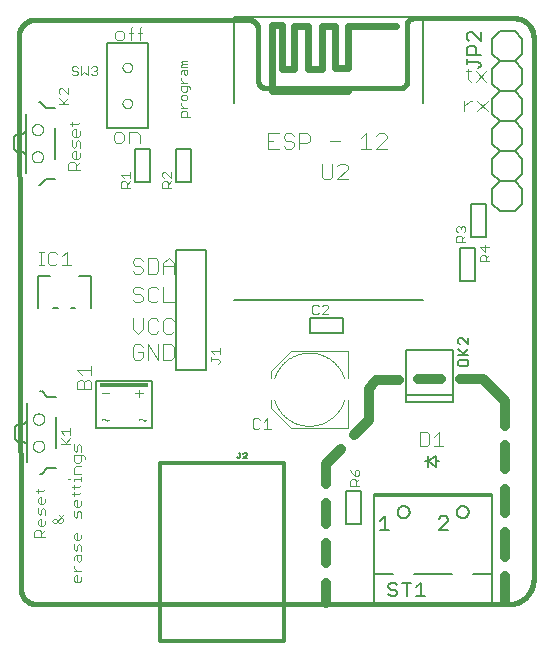
<source format=gto>
G75*
%MOIN*%
%OFA0B0*%
%FSLAX25Y25*%
%IPPOS*%
%LPD*%
%AMOC8*
5,1,8,0,0,1.08239X$1,22.5*
%
%ADD10C,0.00400*%
%ADD11C,0.00300*%
%ADD12C,0.03200*%
%ADD13C,0.01600*%
%ADD14C,0.00500*%
%ADD15C,0.02400*%
%ADD16C,0.00600*%
%ADD17C,0.00800*%
%ADD18R,0.16142X0.01181*%
%ADD19C,0.01200*%
%ADD20C,0.00000*%
%ADD21C,0.00700*%
D10*
X0027741Y0097555D02*
X0030843Y0097555D01*
X0029809Y0097555D02*
X0027741Y0099624D01*
X0028775Y0100778D02*
X0027741Y0101812D01*
X0030843Y0101812D01*
X0030843Y0100778D02*
X0030843Y0102846D01*
X0030843Y0099624D02*
X0029292Y0098072D01*
X0041310Y0105744D02*
X0041346Y0105784D01*
X0041384Y0105821D01*
X0041426Y0105856D01*
X0041469Y0105887D01*
X0041515Y0105916D01*
X0041562Y0105941D01*
X0041611Y0105963D01*
X0041662Y0105981D01*
X0041714Y0105996D01*
X0041766Y0106007D01*
X0041819Y0106015D01*
X0041873Y0106019D01*
X0041927Y0106019D01*
X0041981Y0106015D01*
X0042034Y0106007D01*
X0042086Y0105996D01*
X0042138Y0105981D01*
X0042189Y0105963D01*
X0042238Y0105941D01*
X0042285Y0105916D01*
X0042331Y0105887D01*
X0042374Y0105856D01*
X0042416Y0105821D01*
X0042454Y0105784D01*
X0042490Y0105744D01*
X0042491Y0105744D02*
X0042527Y0105704D01*
X0042565Y0105667D01*
X0042607Y0105632D01*
X0042650Y0105601D01*
X0042696Y0105572D01*
X0042743Y0105547D01*
X0042792Y0105525D01*
X0042843Y0105507D01*
X0042895Y0105492D01*
X0042947Y0105481D01*
X0043000Y0105473D01*
X0043054Y0105469D01*
X0043108Y0105469D01*
X0043162Y0105473D01*
X0043215Y0105481D01*
X0043267Y0105492D01*
X0043319Y0105507D01*
X0043370Y0105525D01*
X0043419Y0105547D01*
X0043466Y0105572D01*
X0043512Y0105601D01*
X0043555Y0105632D01*
X0043597Y0105667D01*
X0043635Y0105704D01*
X0043671Y0105744D01*
X0043790Y0114583D02*
X0041290Y0114583D01*
X0037802Y0116062D02*
X0037802Y0118364D01*
X0037035Y0119131D01*
X0036268Y0119131D01*
X0035500Y0118364D01*
X0035500Y0116062D01*
X0033198Y0116062D02*
X0033198Y0118364D01*
X0033966Y0119131D01*
X0034733Y0119131D01*
X0035500Y0118364D01*
X0034733Y0120666D02*
X0033198Y0122201D01*
X0037802Y0122201D01*
X0037802Y0123735D02*
X0037802Y0120666D01*
X0037802Y0116062D02*
X0033198Y0116062D01*
X0052550Y0114484D02*
X0055050Y0114484D01*
X0053790Y0113264D02*
X0053790Y0115764D01*
X0054204Y0125635D02*
X0052469Y0125635D01*
X0051602Y0126502D01*
X0051602Y0129972D01*
X0052469Y0130839D01*
X0054204Y0130839D01*
X0055071Y0129972D01*
X0055071Y0128237D02*
X0053336Y0128237D01*
X0055071Y0128237D02*
X0055071Y0126502D01*
X0054204Y0125635D01*
X0056758Y0125635D02*
X0056758Y0130839D01*
X0060228Y0125635D01*
X0060228Y0130839D01*
X0061914Y0130839D02*
X0064517Y0130839D01*
X0065384Y0129972D01*
X0065384Y0126502D01*
X0064517Y0125635D01*
X0061914Y0125635D01*
X0061914Y0130839D01*
X0062782Y0134296D02*
X0064517Y0134296D01*
X0065384Y0135163D01*
X0062782Y0134296D02*
X0061914Y0135163D01*
X0061914Y0138633D01*
X0062782Y0139501D01*
X0064517Y0139501D01*
X0065384Y0138633D01*
X0060228Y0138633D02*
X0059360Y0139501D01*
X0057625Y0139501D01*
X0056758Y0138633D01*
X0056758Y0135163D01*
X0057625Y0134296D01*
X0059360Y0134296D01*
X0060228Y0135163D01*
X0055071Y0136031D02*
X0055071Y0139501D01*
X0055071Y0136031D02*
X0053336Y0134296D01*
X0051602Y0136031D01*
X0051602Y0139501D01*
X0052469Y0144926D02*
X0051602Y0145793D01*
X0052469Y0144926D02*
X0054204Y0144926D01*
X0055071Y0145793D01*
X0055071Y0146661D01*
X0054204Y0147528D01*
X0052469Y0147528D01*
X0051602Y0148396D01*
X0051602Y0149263D01*
X0052469Y0150130D01*
X0054204Y0150130D01*
X0055071Y0149263D01*
X0056758Y0149263D02*
X0056758Y0145793D01*
X0057625Y0144926D01*
X0059360Y0144926D01*
X0060228Y0145793D01*
X0061914Y0144926D02*
X0065384Y0144926D01*
X0061914Y0144926D02*
X0061914Y0150130D01*
X0060228Y0149263D02*
X0059360Y0150130D01*
X0057625Y0150130D01*
X0056758Y0149263D01*
X0056758Y0154375D02*
X0059360Y0154375D01*
X0060228Y0155242D01*
X0060228Y0158712D01*
X0059360Y0159579D01*
X0056758Y0159579D01*
X0056758Y0154375D01*
X0055071Y0155242D02*
X0054204Y0154375D01*
X0052469Y0154375D01*
X0051602Y0155242D01*
X0052469Y0156977D02*
X0054204Y0156977D01*
X0055071Y0156110D01*
X0055071Y0155242D01*
X0055071Y0158712D02*
X0054204Y0159579D01*
X0052469Y0159579D01*
X0051602Y0158712D01*
X0051602Y0157844D01*
X0052469Y0156977D01*
X0061914Y0156977D02*
X0065384Y0156977D01*
X0065384Y0157844D02*
X0065384Y0154375D01*
X0061914Y0154375D02*
X0061914Y0157844D01*
X0063649Y0159579D01*
X0065384Y0157844D01*
X0064524Y0183095D02*
X0061422Y0183095D01*
X0061422Y0184647D01*
X0061939Y0185164D01*
X0062973Y0185164D01*
X0063490Y0184647D01*
X0063490Y0183095D01*
X0063490Y0184129D02*
X0064524Y0185164D01*
X0064524Y0186318D02*
X0062456Y0188386D01*
X0061939Y0188386D01*
X0061422Y0187869D01*
X0061422Y0186835D01*
X0061939Y0186318D01*
X0064524Y0186318D02*
X0064524Y0188386D01*
X0053928Y0198076D02*
X0053928Y0200678D01*
X0053061Y0201545D01*
X0050459Y0201545D01*
X0050459Y0198076D01*
X0048772Y0198943D02*
X0048772Y0200678D01*
X0047905Y0201545D01*
X0046170Y0201545D01*
X0045302Y0200678D01*
X0045302Y0198943D01*
X0046170Y0198076D01*
X0047905Y0198076D01*
X0048772Y0198943D01*
X0050745Y0188386D02*
X0050745Y0186318D01*
X0050745Y0187352D02*
X0047642Y0187352D01*
X0048676Y0186318D01*
X0048159Y0185164D02*
X0049194Y0185164D01*
X0049711Y0184647D01*
X0049711Y0183095D01*
X0050745Y0183095D02*
X0047642Y0183095D01*
X0047642Y0184647D01*
X0048159Y0185164D01*
X0049711Y0184129D02*
X0050745Y0185164D01*
X0029609Y0161758D02*
X0029609Y0157154D01*
X0028075Y0157154D02*
X0031144Y0157154D01*
X0028075Y0160224D02*
X0029609Y0161758D01*
X0026540Y0160991D02*
X0025773Y0161758D01*
X0024238Y0161758D01*
X0023471Y0160991D01*
X0023471Y0157922D01*
X0024238Y0157154D01*
X0025773Y0157154D01*
X0026540Y0157922D01*
X0021936Y0157154D02*
X0020402Y0157154D01*
X0021169Y0157154D02*
X0021169Y0161758D01*
X0020402Y0161758D02*
X0021936Y0161758D01*
X0026953Y0210941D02*
X0030056Y0210941D01*
X0029022Y0210941D02*
X0026953Y0213010D01*
X0027470Y0214164D02*
X0026953Y0214681D01*
X0026953Y0215715D01*
X0027470Y0216232D01*
X0027987Y0216232D01*
X0030056Y0214164D01*
X0030056Y0216232D01*
X0031840Y0220520D02*
X0031323Y0221038D01*
X0031840Y0220520D02*
X0032874Y0220520D01*
X0033392Y0221038D01*
X0033392Y0221555D01*
X0032874Y0222072D01*
X0031840Y0222072D01*
X0031323Y0222589D01*
X0031323Y0223106D01*
X0031840Y0223623D01*
X0032874Y0223623D01*
X0033392Y0223106D01*
X0034546Y0223623D02*
X0034546Y0220520D01*
X0035580Y0221555D01*
X0036614Y0220520D01*
X0036614Y0223623D01*
X0037769Y0223106D02*
X0038286Y0223623D01*
X0039320Y0223623D01*
X0039837Y0223106D01*
X0039837Y0222589D01*
X0039320Y0222072D01*
X0039837Y0221555D01*
X0039837Y0221038D01*
X0039320Y0220520D01*
X0038286Y0220520D01*
X0037769Y0221038D01*
X0038803Y0222072D02*
X0039320Y0222072D01*
X0046463Y0232328D02*
X0045696Y0233095D01*
X0045696Y0234630D01*
X0046463Y0235397D01*
X0047998Y0235397D01*
X0048765Y0234630D01*
X0048765Y0233095D01*
X0047998Y0232328D01*
X0046463Y0232328D01*
X0050300Y0234630D02*
X0051835Y0234630D01*
X0053369Y0234630D02*
X0054904Y0234630D01*
X0054137Y0236164D02*
X0054137Y0232328D01*
X0051067Y0232328D02*
X0051067Y0236164D01*
X0051835Y0236931D01*
X0054137Y0236164D02*
X0054904Y0236931D01*
X0030056Y0213010D02*
X0028505Y0211458D01*
X0080709Y0129725D02*
X0080709Y0127657D01*
X0080709Y0128691D02*
X0077607Y0128691D01*
X0078641Y0127657D01*
X0077607Y0126502D02*
X0077607Y0125468D01*
X0077607Y0125985D02*
X0080192Y0125985D01*
X0080709Y0125468D01*
X0080709Y0124951D01*
X0080192Y0124434D01*
X0097666Y0122007D02*
X0097666Y0119645D01*
X0097666Y0122007D02*
X0104359Y0128700D01*
X0123257Y0128700D01*
X0123257Y0119645D01*
X0123257Y0112165D02*
X0123257Y0103109D01*
X0104359Y0103109D01*
X0097666Y0109802D01*
X0097666Y0112165D01*
X0098846Y0119645D02*
X0098941Y0119928D01*
X0099043Y0120209D01*
X0099152Y0120486D01*
X0099267Y0120762D01*
X0099389Y0121034D01*
X0099518Y0121303D01*
X0099653Y0121569D01*
X0099795Y0121831D01*
X0099943Y0122090D01*
X0100097Y0122346D01*
X0100258Y0122597D01*
X0100425Y0122845D01*
X0100597Y0123088D01*
X0100776Y0123327D01*
X0100960Y0123562D01*
X0101150Y0123792D01*
X0101346Y0124017D01*
X0101547Y0124237D01*
X0101753Y0124453D01*
X0101965Y0124663D01*
X0102181Y0124868D01*
X0102403Y0125068D01*
X0102630Y0125262D01*
X0102861Y0125451D01*
X0103096Y0125634D01*
X0103336Y0125811D01*
X0103581Y0125982D01*
X0103829Y0126147D01*
X0104082Y0126306D01*
X0104338Y0126459D01*
X0104598Y0126606D01*
X0104861Y0126746D01*
X0105128Y0126880D01*
X0105398Y0127007D01*
X0105671Y0127127D01*
X0105946Y0127241D01*
X0106225Y0127348D01*
X0106506Y0127448D01*
X0106789Y0127541D01*
X0107075Y0127628D01*
X0107363Y0127707D01*
X0107652Y0127779D01*
X0107943Y0127844D01*
X0108236Y0127902D01*
X0108530Y0127953D01*
X0108825Y0127997D01*
X0109121Y0128033D01*
X0109418Y0128062D01*
X0109716Y0128084D01*
X0110014Y0128099D01*
X0110312Y0128106D01*
X0110610Y0128106D01*
X0110908Y0128099D01*
X0111206Y0128084D01*
X0111504Y0128062D01*
X0111801Y0128033D01*
X0112097Y0127997D01*
X0112392Y0127953D01*
X0112686Y0127902D01*
X0112979Y0127844D01*
X0113270Y0127779D01*
X0113559Y0127707D01*
X0113847Y0127628D01*
X0114133Y0127541D01*
X0114416Y0127448D01*
X0114697Y0127348D01*
X0114976Y0127241D01*
X0115251Y0127127D01*
X0115524Y0127007D01*
X0115794Y0126880D01*
X0116061Y0126746D01*
X0116324Y0126606D01*
X0116584Y0126459D01*
X0116840Y0126306D01*
X0117093Y0126147D01*
X0117341Y0125982D01*
X0117586Y0125811D01*
X0117826Y0125634D01*
X0118061Y0125451D01*
X0118292Y0125262D01*
X0118519Y0125068D01*
X0118741Y0124868D01*
X0118957Y0124663D01*
X0119169Y0124453D01*
X0119375Y0124237D01*
X0119576Y0124017D01*
X0119772Y0123792D01*
X0119962Y0123562D01*
X0120146Y0123327D01*
X0120325Y0123088D01*
X0120497Y0122845D01*
X0120664Y0122597D01*
X0120825Y0122346D01*
X0120979Y0122090D01*
X0121127Y0121831D01*
X0121269Y0121569D01*
X0121404Y0121303D01*
X0121533Y0121034D01*
X0121655Y0120762D01*
X0121770Y0120486D01*
X0121879Y0120209D01*
X0121981Y0119928D01*
X0122076Y0119645D01*
X0122076Y0112165D02*
X0121981Y0111882D01*
X0121879Y0111601D01*
X0121770Y0111324D01*
X0121655Y0111048D01*
X0121533Y0110776D01*
X0121404Y0110507D01*
X0121269Y0110241D01*
X0121127Y0109979D01*
X0120979Y0109720D01*
X0120825Y0109464D01*
X0120664Y0109213D01*
X0120497Y0108965D01*
X0120325Y0108722D01*
X0120146Y0108483D01*
X0119962Y0108248D01*
X0119772Y0108018D01*
X0119576Y0107793D01*
X0119375Y0107573D01*
X0119169Y0107357D01*
X0118957Y0107147D01*
X0118741Y0106942D01*
X0118519Y0106742D01*
X0118292Y0106548D01*
X0118061Y0106359D01*
X0117826Y0106176D01*
X0117586Y0105999D01*
X0117341Y0105828D01*
X0117093Y0105663D01*
X0116840Y0105504D01*
X0116584Y0105351D01*
X0116324Y0105204D01*
X0116061Y0105064D01*
X0115794Y0104930D01*
X0115524Y0104803D01*
X0115251Y0104683D01*
X0114976Y0104569D01*
X0114697Y0104462D01*
X0114416Y0104362D01*
X0114133Y0104269D01*
X0113847Y0104182D01*
X0113559Y0104103D01*
X0113270Y0104031D01*
X0112979Y0103966D01*
X0112686Y0103908D01*
X0112392Y0103857D01*
X0112097Y0103813D01*
X0111801Y0103777D01*
X0111504Y0103748D01*
X0111206Y0103726D01*
X0110908Y0103711D01*
X0110610Y0103704D01*
X0110312Y0103704D01*
X0110014Y0103711D01*
X0109716Y0103726D01*
X0109418Y0103748D01*
X0109121Y0103777D01*
X0108825Y0103813D01*
X0108530Y0103857D01*
X0108236Y0103908D01*
X0107943Y0103966D01*
X0107652Y0104031D01*
X0107363Y0104103D01*
X0107075Y0104182D01*
X0106789Y0104269D01*
X0106506Y0104362D01*
X0106225Y0104462D01*
X0105946Y0104569D01*
X0105671Y0104683D01*
X0105398Y0104803D01*
X0105128Y0104930D01*
X0104861Y0105064D01*
X0104598Y0105204D01*
X0104338Y0105351D01*
X0104082Y0105504D01*
X0103829Y0105663D01*
X0103581Y0105828D01*
X0103336Y0105999D01*
X0103096Y0106176D01*
X0102861Y0106359D01*
X0102630Y0106548D01*
X0102403Y0106742D01*
X0102181Y0106942D01*
X0101965Y0107147D01*
X0101753Y0107357D01*
X0101547Y0107573D01*
X0101346Y0107793D01*
X0101150Y0108018D01*
X0100960Y0108248D01*
X0100776Y0108483D01*
X0100597Y0108722D01*
X0100425Y0108965D01*
X0100258Y0109213D01*
X0100097Y0109464D01*
X0099943Y0109720D01*
X0099795Y0109979D01*
X0099653Y0110241D01*
X0099518Y0110507D01*
X0099389Y0110776D01*
X0099267Y0111048D01*
X0099152Y0111324D01*
X0099043Y0111601D01*
X0098941Y0111882D01*
X0098846Y0112165D01*
X0112079Y0140946D02*
X0111562Y0141463D01*
X0111562Y0143531D01*
X0112079Y0144048D01*
X0113114Y0144048D01*
X0113631Y0143531D01*
X0114785Y0143531D02*
X0115302Y0144048D01*
X0116336Y0144048D01*
X0116853Y0143531D01*
X0116853Y0143014D01*
X0114785Y0140946D01*
X0116853Y0140946D01*
X0113631Y0141463D02*
X0113114Y0140946D01*
X0112079Y0140946D01*
X0115561Y0185845D02*
X0117296Y0185845D01*
X0118163Y0186712D01*
X0118163Y0191049D01*
X0119850Y0190182D02*
X0120717Y0191049D01*
X0122452Y0191049D01*
X0123320Y0190182D01*
X0123320Y0189315D01*
X0119850Y0185845D01*
X0123320Y0185845D01*
X0127762Y0196081D02*
X0131232Y0196081D01*
X0132919Y0196081D02*
X0136388Y0199551D01*
X0136388Y0200418D01*
X0135521Y0201286D01*
X0133786Y0201286D01*
X0132919Y0200418D01*
X0129497Y0201286D02*
X0129497Y0196081D01*
X0132919Y0196081D02*
X0136388Y0196081D01*
X0129497Y0201286D02*
X0127762Y0199551D01*
X0120919Y0198683D02*
X0117450Y0198683D01*
X0114694Y0191049D02*
X0114694Y0186712D01*
X0115561Y0185845D01*
X0107137Y0196081D02*
X0107137Y0201286D01*
X0109739Y0201286D01*
X0110606Y0200418D01*
X0110606Y0198683D01*
X0109739Y0197816D01*
X0107137Y0197816D01*
X0105450Y0197816D02*
X0105450Y0196948D01*
X0104583Y0196081D01*
X0102848Y0196081D01*
X0101980Y0196948D01*
X0100294Y0196081D02*
X0096824Y0196081D01*
X0096824Y0201286D01*
X0100294Y0201286D01*
X0101980Y0200418D02*
X0101980Y0199551D01*
X0102848Y0198683D01*
X0104583Y0198683D01*
X0105450Y0197816D01*
X0105450Y0200418D02*
X0104583Y0201286D01*
X0102848Y0201286D01*
X0101980Y0200418D01*
X0098559Y0198683D02*
X0096824Y0198683D01*
X0159453Y0169759D02*
X0159970Y0170276D01*
X0160487Y0170276D01*
X0161005Y0169759D01*
X0161522Y0170276D01*
X0162039Y0170276D01*
X0162556Y0169759D01*
X0162556Y0168725D01*
X0162039Y0168208D01*
X0162556Y0167053D02*
X0161522Y0166019D01*
X0161522Y0166536D02*
X0161522Y0164985D01*
X0162556Y0164985D02*
X0159453Y0164985D01*
X0159453Y0166536D01*
X0159970Y0167053D01*
X0161005Y0167053D01*
X0161522Y0166536D01*
X0159970Y0168208D02*
X0159453Y0168725D01*
X0159453Y0169759D01*
X0161005Y0169759D02*
X0161005Y0169242D01*
X0167410Y0163353D02*
X0168961Y0161802D01*
X0168961Y0163870D01*
X0167410Y0163353D02*
X0170513Y0163353D01*
X0170513Y0160647D02*
X0169478Y0159613D01*
X0169478Y0160130D02*
X0169478Y0158579D01*
X0170513Y0158579D02*
X0167410Y0158579D01*
X0167410Y0160130D01*
X0167927Y0160647D01*
X0168961Y0160647D01*
X0169478Y0160130D01*
X0170003Y0208624D02*
X0166533Y0212094D01*
X0164838Y0212094D02*
X0163971Y0212094D01*
X0162236Y0210359D01*
X0162236Y0208624D02*
X0162236Y0212094D01*
X0166533Y0208624D02*
X0170003Y0212094D01*
X0169537Y0218467D02*
X0166068Y0221937D01*
X0164365Y0221937D02*
X0162630Y0221937D01*
X0163497Y0222804D02*
X0163497Y0219334D01*
X0164365Y0218467D01*
X0166068Y0218467D02*
X0169537Y0221937D01*
X0153619Y0101587D02*
X0153619Y0096983D01*
X0152084Y0096983D02*
X0155154Y0096983D01*
X0152084Y0100052D02*
X0153619Y0101587D01*
X0150550Y0100819D02*
X0149782Y0101587D01*
X0147480Y0101587D01*
X0147480Y0096983D01*
X0149782Y0096983D01*
X0150550Y0097750D01*
X0150550Y0100819D01*
X0127206Y0088550D02*
X0126688Y0089067D01*
X0126171Y0089067D01*
X0125654Y0088550D01*
X0125654Y0086999D01*
X0126688Y0086999D01*
X0127206Y0087516D01*
X0127206Y0088550D01*
X0125654Y0086999D02*
X0124620Y0088033D01*
X0124103Y0089067D01*
X0124620Y0085844D02*
X0124103Y0085327D01*
X0124103Y0083776D01*
X0127206Y0083776D01*
X0126171Y0083776D02*
X0126171Y0085327D01*
X0125654Y0085844D01*
X0124620Y0085844D01*
X0126171Y0084810D02*
X0127206Y0085844D01*
X0056171Y0105744D02*
X0056135Y0105704D01*
X0056097Y0105667D01*
X0056055Y0105632D01*
X0056012Y0105601D01*
X0055966Y0105572D01*
X0055919Y0105547D01*
X0055870Y0105525D01*
X0055819Y0105507D01*
X0055767Y0105492D01*
X0055715Y0105481D01*
X0055662Y0105473D01*
X0055608Y0105469D01*
X0055554Y0105469D01*
X0055500Y0105473D01*
X0055447Y0105481D01*
X0055395Y0105492D01*
X0055343Y0105507D01*
X0055292Y0105525D01*
X0055243Y0105547D01*
X0055196Y0105572D01*
X0055150Y0105601D01*
X0055107Y0105632D01*
X0055065Y0105667D01*
X0055027Y0105704D01*
X0054991Y0105744D01*
X0054990Y0105744D02*
X0054954Y0105784D01*
X0054916Y0105821D01*
X0054874Y0105856D01*
X0054831Y0105887D01*
X0054785Y0105916D01*
X0054738Y0105941D01*
X0054689Y0105963D01*
X0054638Y0105981D01*
X0054586Y0105996D01*
X0054534Y0106007D01*
X0054481Y0106015D01*
X0054427Y0106019D01*
X0054373Y0106019D01*
X0054319Y0106015D01*
X0054266Y0106007D01*
X0054214Y0105996D01*
X0054162Y0105981D01*
X0054111Y0105963D01*
X0054062Y0105941D01*
X0054015Y0105916D01*
X0053969Y0105887D01*
X0053926Y0105856D01*
X0053884Y0105821D01*
X0053846Y0105784D01*
X0053810Y0105744D01*
D11*
X0034453Y0096912D02*
X0034453Y0095060D01*
X0034453Y0093846D02*
X0034453Y0091994D01*
X0033836Y0091377D01*
X0032602Y0091377D01*
X0031984Y0091994D01*
X0031984Y0093846D01*
X0035070Y0093846D01*
X0035688Y0093229D01*
X0035688Y0092611D01*
X0034453Y0090163D02*
X0032602Y0090163D01*
X0031984Y0089545D01*
X0031984Y0087694D01*
X0034453Y0087694D01*
X0034453Y0086473D02*
X0034453Y0085238D01*
X0034453Y0085856D02*
X0031984Y0085856D01*
X0031984Y0085238D01*
X0031984Y0084017D02*
X0031984Y0082783D01*
X0031367Y0083400D02*
X0033836Y0083400D01*
X0034453Y0084017D01*
X0034453Y0081562D02*
X0033836Y0080945D01*
X0031367Y0080945D01*
X0031984Y0080328D02*
X0031984Y0081562D01*
X0032602Y0079113D02*
X0033219Y0079113D01*
X0033219Y0076644D01*
X0033836Y0076644D02*
X0032602Y0076644D01*
X0031984Y0077262D01*
X0031984Y0078496D01*
X0032602Y0079113D01*
X0034453Y0078496D02*
X0034453Y0077262D01*
X0033836Y0076644D01*
X0033836Y0075430D02*
X0033219Y0074813D01*
X0033219Y0073578D01*
X0032602Y0072961D01*
X0031984Y0073578D01*
X0031984Y0075430D01*
X0033836Y0075430D02*
X0034453Y0074813D01*
X0034453Y0072961D01*
X0033219Y0068064D02*
X0033219Y0065595D01*
X0033836Y0065595D02*
X0032602Y0065595D01*
X0031984Y0066212D01*
X0031984Y0067447D01*
X0032602Y0068064D01*
X0033219Y0068064D01*
X0034453Y0067447D02*
X0034453Y0066212D01*
X0033836Y0065595D01*
X0033836Y0064381D02*
X0033219Y0063763D01*
X0033219Y0062529D01*
X0032602Y0061912D01*
X0031984Y0062529D01*
X0031984Y0064381D01*
X0033836Y0064381D02*
X0034453Y0063763D01*
X0034453Y0061912D01*
X0034453Y0060698D02*
X0032602Y0060698D01*
X0031984Y0060080D01*
X0031984Y0058846D01*
X0033219Y0058846D02*
X0033219Y0060698D01*
X0034453Y0060698D02*
X0034453Y0058846D01*
X0033836Y0058229D01*
X0033219Y0058846D01*
X0031984Y0057011D02*
X0031984Y0056394D01*
X0033219Y0055159D01*
X0033219Y0053945D02*
X0033219Y0051476D01*
X0033836Y0051476D02*
X0032602Y0051476D01*
X0031984Y0052093D01*
X0031984Y0053328D01*
X0032602Y0053945D01*
X0033219Y0053945D01*
X0034453Y0053328D02*
X0034453Y0052093D01*
X0033836Y0051476D01*
X0034453Y0055159D02*
X0031984Y0055159D01*
X0022453Y0066516D02*
X0018750Y0066516D01*
X0018750Y0068367D01*
X0019367Y0068985D01*
X0020602Y0068985D01*
X0021219Y0068367D01*
X0021219Y0066516D01*
X0021219Y0067750D02*
X0022453Y0068985D01*
X0021836Y0070199D02*
X0020602Y0070199D01*
X0019984Y0070816D01*
X0019984Y0072051D01*
X0020602Y0072668D01*
X0021219Y0072668D01*
X0021219Y0070199D01*
X0021836Y0070199D02*
X0022453Y0070816D01*
X0022453Y0072051D01*
X0022453Y0073882D02*
X0022453Y0075734D01*
X0021836Y0076351D01*
X0021219Y0075734D01*
X0021219Y0074499D01*
X0020602Y0073882D01*
X0019984Y0074499D01*
X0019984Y0076351D01*
X0020602Y0077565D02*
X0019984Y0078182D01*
X0019984Y0079417D01*
X0020602Y0080034D01*
X0021219Y0080034D01*
X0021219Y0077565D01*
X0021836Y0077565D02*
X0020602Y0077565D01*
X0021836Y0077565D02*
X0022453Y0078182D01*
X0022453Y0079417D01*
X0021836Y0081866D02*
X0019367Y0081866D01*
X0019984Y0082483D02*
X0019984Y0081248D01*
X0021836Y0081866D02*
X0022453Y0082483D01*
X0027219Y0073895D02*
X0028453Y0072661D01*
X0028453Y0072044D01*
X0027836Y0071427D01*
X0027219Y0071427D01*
X0025984Y0072661D01*
X0025367Y0072661D01*
X0024750Y0072044D01*
X0025367Y0071427D01*
X0025984Y0071427D01*
X0028453Y0073895D01*
X0030133Y0085856D02*
X0030750Y0085856D01*
X0032602Y0095060D02*
X0031984Y0095677D01*
X0031984Y0097529D01*
X0033219Y0096912D02*
X0033219Y0095677D01*
X0032602Y0095060D01*
X0033219Y0096912D02*
X0033836Y0097529D01*
X0034453Y0096912D01*
X0091631Y0103223D02*
X0092248Y0102606D01*
X0093483Y0102606D01*
X0094100Y0103223D01*
X0095314Y0102606D02*
X0097783Y0102606D01*
X0096548Y0102606D02*
X0096548Y0106309D01*
X0095314Y0105075D01*
X0094100Y0105692D02*
X0093483Y0106309D01*
X0092248Y0106309D01*
X0091631Y0105692D01*
X0091631Y0103223D01*
X0033924Y0189052D02*
X0030221Y0189052D01*
X0030221Y0190903D01*
X0030838Y0191520D01*
X0032072Y0191520D01*
X0032690Y0190903D01*
X0032690Y0189052D01*
X0032690Y0190286D02*
X0033924Y0191520D01*
X0033307Y0192735D02*
X0033924Y0193352D01*
X0033924Y0194586D01*
X0032690Y0195203D02*
X0032690Y0192735D01*
X0033307Y0192735D02*
X0032072Y0192735D01*
X0031455Y0193352D01*
X0031455Y0194586D01*
X0032072Y0195203D01*
X0032690Y0195203D01*
X0032072Y0196418D02*
X0031455Y0197035D01*
X0031455Y0198887D01*
X0032072Y0200101D02*
X0031455Y0200718D01*
X0031455Y0201953D01*
X0032072Y0202570D01*
X0032690Y0202570D01*
X0032690Y0200101D01*
X0033307Y0200101D02*
X0032072Y0200101D01*
X0033307Y0200101D02*
X0033924Y0200718D01*
X0033924Y0201953D01*
X0033307Y0204401D02*
X0033924Y0205019D01*
X0033307Y0204401D02*
X0030838Y0204401D01*
X0031455Y0203784D02*
X0031455Y0205019D01*
X0033307Y0198887D02*
X0032690Y0198269D01*
X0032690Y0197035D01*
X0032072Y0196418D01*
X0033924Y0196418D02*
X0033924Y0198269D01*
X0033307Y0198887D01*
X0067816Y0206768D02*
X0067816Y0208219D01*
X0068300Y0208703D01*
X0069267Y0208703D01*
X0069751Y0208219D01*
X0069751Y0206768D01*
X0070718Y0206768D02*
X0067816Y0206768D01*
X0067816Y0209715D02*
X0069751Y0209715D01*
X0068783Y0209715D02*
X0067816Y0210682D01*
X0067816Y0211166D01*
X0068300Y0212170D02*
X0069267Y0212170D01*
X0069751Y0212654D01*
X0069751Y0213621D01*
X0069267Y0214105D01*
X0068300Y0214105D01*
X0067816Y0213621D01*
X0067816Y0212654D01*
X0068300Y0212170D01*
X0068300Y0215117D02*
X0069267Y0215117D01*
X0069751Y0215600D01*
X0069751Y0217052D01*
X0070235Y0217052D02*
X0067816Y0217052D01*
X0067816Y0215600D01*
X0068300Y0215117D01*
X0070718Y0216084D02*
X0070718Y0216568D01*
X0070235Y0217052D01*
X0069751Y0218063D02*
X0067816Y0218063D01*
X0068783Y0218063D02*
X0067816Y0219031D01*
X0067816Y0219514D01*
X0067816Y0221002D02*
X0067816Y0221970D01*
X0068300Y0222453D01*
X0069751Y0222453D01*
X0069751Y0221002D01*
X0069267Y0220519D01*
X0068783Y0221002D01*
X0068783Y0222453D01*
X0067816Y0223465D02*
X0067816Y0223949D01*
X0068300Y0224433D01*
X0067816Y0224916D01*
X0068300Y0225400D01*
X0069751Y0225400D01*
X0069751Y0224433D02*
X0068300Y0224433D01*
X0067816Y0223465D02*
X0069751Y0223465D01*
D12*
X0132902Y0119054D02*
X0140447Y0119138D01*
X0146847Y0119209D02*
X0154391Y0119293D01*
X0160791Y0119364D02*
X0168335Y0119448D01*
X0175816Y0111968D01*
X0175816Y0103781D01*
X0175816Y0097381D02*
X0175816Y0089194D01*
X0175816Y0082794D02*
X0175816Y0074606D01*
X0175816Y0068206D02*
X0175816Y0060019D01*
X0175816Y0053619D02*
X0175816Y0045432D01*
X0125519Y0100648D02*
X0130540Y0105669D01*
X0130540Y0115905D01*
X0132902Y0119054D01*
X0120994Y0096122D02*
X0115973Y0091102D01*
X0115973Y0084287D01*
X0115973Y0077887D02*
X0115973Y0071073D01*
X0115973Y0064673D02*
X0115973Y0057859D01*
X0115973Y0051459D02*
X0115973Y0044645D01*
D13*
X0176997Y0044251D02*
X0019517Y0044251D01*
X0019376Y0044253D01*
X0019235Y0044259D01*
X0019094Y0044268D01*
X0018954Y0044282D01*
X0018814Y0044300D01*
X0018675Y0044321D01*
X0018536Y0044346D01*
X0018398Y0044375D01*
X0018261Y0044408D01*
X0018124Y0044444D01*
X0017989Y0044484D01*
X0017855Y0044528D01*
X0017722Y0044576D01*
X0017591Y0044627D01*
X0017461Y0044682D01*
X0017333Y0044741D01*
X0017206Y0044802D01*
X0017081Y0044868D01*
X0016958Y0044937D01*
X0016837Y0045009D01*
X0016718Y0045084D01*
X0016601Y0045163D01*
X0016486Y0045245D01*
X0016373Y0045330D01*
X0016263Y0045418D01*
X0016156Y0045509D01*
X0016051Y0045604D01*
X0015948Y0045701D01*
X0015849Y0045800D01*
X0015752Y0045903D01*
X0015657Y0046008D01*
X0015566Y0046115D01*
X0015478Y0046225D01*
X0015393Y0046338D01*
X0015311Y0046453D01*
X0015232Y0046570D01*
X0015157Y0046689D01*
X0015085Y0046810D01*
X0015016Y0046933D01*
X0014950Y0047058D01*
X0014889Y0047185D01*
X0014830Y0047313D01*
X0014775Y0047443D01*
X0014724Y0047574D01*
X0014676Y0047707D01*
X0014632Y0047841D01*
X0014592Y0047976D01*
X0014556Y0048113D01*
X0014523Y0048250D01*
X0014494Y0048388D01*
X0014469Y0048527D01*
X0014448Y0048666D01*
X0014430Y0048806D01*
X0014416Y0048946D01*
X0014407Y0049087D01*
X0014401Y0049228D01*
X0014399Y0049369D01*
X0014398Y0049369D02*
X0013611Y0233228D01*
X0013613Y0233380D01*
X0013619Y0233532D01*
X0013629Y0233684D01*
X0013642Y0233835D01*
X0013660Y0233986D01*
X0013681Y0234137D01*
X0013707Y0234287D01*
X0013736Y0234436D01*
X0013769Y0234585D01*
X0013806Y0234732D01*
X0013846Y0234879D01*
X0013891Y0235024D01*
X0013939Y0235168D01*
X0013991Y0235311D01*
X0014046Y0235453D01*
X0014105Y0235593D01*
X0014168Y0235732D01*
X0014234Y0235869D01*
X0014304Y0236004D01*
X0014377Y0236137D01*
X0014454Y0236268D01*
X0014534Y0236398D01*
X0014617Y0236525D01*
X0014703Y0236650D01*
X0014793Y0236773D01*
X0014886Y0236893D01*
X0014982Y0237011D01*
X0015081Y0237127D01*
X0015183Y0237240D01*
X0015287Y0237350D01*
X0015395Y0237458D01*
X0015505Y0237562D01*
X0015618Y0237664D01*
X0015734Y0237763D01*
X0015852Y0237859D01*
X0015972Y0237952D01*
X0016095Y0238042D01*
X0016220Y0238128D01*
X0016347Y0238211D01*
X0016477Y0238291D01*
X0016608Y0238368D01*
X0016741Y0238441D01*
X0016876Y0238511D01*
X0017013Y0238577D01*
X0017152Y0238640D01*
X0017292Y0238699D01*
X0017434Y0238754D01*
X0017577Y0238806D01*
X0017721Y0238854D01*
X0017866Y0238899D01*
X0018013Y0238939D01*
X0018160Y0238976D01*
X0018309Y0239009D01*
X0018458Y0239038D01*
X0018608Y0239064D01*
X0018759Y0239085D01*
X0018910Y0239103D01*
X0019061Y0239116D01*
X0019213Y0239126D01*
X0019365Y0239132D01*
X0019517Y0239134D01*
X0019517Y0239133D02*
X0089989Y0239133D01*
X0090105Y0239131D01*
X0090221Y0239125D01*
X0090336Y0239116D01*
X0090451Y0239103D01*
X0090566Y0239086D01*
X0090680Y0239065D01*
X0090794Y0239040D01*
X0090906Y0239012D01*
X0091017Y0238980D01*
X0091128Y0238945D01*
X0091237Y0238906D01*
X0091345Y0238863D01*
X0091451Y0238817D01*
X0091556Y0238768D01*
X0091659Y0238715D01*
X0091761Y0238658D01*
X0091860Y0238599D01*
X0091957Y0238536D01*
X0092053Y0238470D01*
X0092146Y0238401D01*
X0092237Y0238329D01*
X0092325Y0238254D01*
X0092411Y0238176D01*
X0092494Y0238095D01*
X0092575Y0238012D01*
X0092653Y0237926D01*
X0092728Y0237838D01*
X0092800Y0237747D01*
X0092869Y0237654D01*
X0092935Y0237558D01*
X0092998Y0237461D01*
X0093057Y0237362D01*
X0093114Y0237260D01*
X0093167Y0237157D01*
X0093216Y0237052D01*
X0093262Y0236946D01*
X0093305Y0236838D01*
X0093344Y0236729D01*
X0093379Y0236618D01*
X0093411Y0236507D01*
X0093439Y0236395D01*
X0093464Y0236281D01*
X0093485Y0236167D01*
X0093502Y0236052D01*
X0093515Y0235937D01*
X0093524Y0235822D01*
X0093530Y0235706D01*
X0093532Y0235590D01*
X0093532Y0218661D01*
X0093534Y0218566D01*
X0093540Y0218471D01*
X0093549Y0218376D01*
X0093563Y0218282D01*
X0093580Y0218189D01*
X0093601Y0218096D01*
X0093625Y0218004D01*
X0093654Y0217913D01*
X0093685Y0217823D01*
X0093721Y0217735D01*
X0093760Y0217648D01*
X0093803Y0217563D01*
X0093848Y0217480D01*
X0093898Y0217399D01*
X0093950Y0217319D01*
X0094006Y0217242D01*
X0094064Y0217167D01*
X0094126Y0217095D01*
X0094191Y0217025D01*
X0094258Y0216958D01*
X0094328Y0216893D01*
X0094400Y0216831D01*
X0094475Y0216773D01*
X0094552Y0216717D01*
X0094632Y0216665D01*
X0094713Y0216615D01*
X0094796Y0216570D01*
X0094881Y0216527D01*
X0094968Y0216488D01*
X0095056Y0216452D01*
X0095146Y0216421D01*
X0095237Y0216392D01*
X0095329Y0216368D01*
X0095422Y0216347D01*
X0095515Y0216330D01*
X0095609Y0216316D01*
X0095704Y0216307D01*
X0095799Y0216301D01*
X0095894Y0216299D01*
X0095894Y0216298D02*
X0140776Y0216298D01*
X0140776Y0216299D02*
X0140871Y0216301D01*
X0140966Y0216307D01*
X0141061Y0216316D01*
X0141155Y0216330D01*
X0141248Y0216347D01*
X0141341Y0216368D01*
X0141433Y0216392D01*
X0141524Y0216421D01*
X0141614Y0216452D01*
X0141702Y0216488D01*
X0141789Y0216527D01*
X0141874Y0216570D01*
X0141957Y0216615D01*
X0142038Y0216665D01*
X0142118Y0216717D01*
X0142195Y0216773D01*
X0142270Y0216831D01*
X0142342Y0216893D01*
X0142412Y0216958D01*
X0142479Y0217025D01*
X0142544Y0217095D01*
X0142606Y0217167D01*
X0142664Y0217242D01*
X0142720Y0217319D01*
X0142772Y0217399D01*
X0142822Y0217480D01*
X0142867Y0217563D01*
X0142910Y0217648D01*
X0142949Y0217735D01*
X0142985Y0217823D01*
X0143016Y0217913D01*
X0143045Y0218004D01*
X0143069Y0218096D01*
X0143090Y0218189D01*
X0143107Y0218282D01*
X0143121Y0218376D01*
X0143130Y0218471D01*
X0143136Y0218566D01*
X0143138Y0218661D01*
X0143139Y0218661D02*
X0143139Y0237558D01*
X0143138Y0237558D02*
X0143140Y0237644D01*
X0143145Y0237730D01*
X0143155Y0237815D01*
X0143168Y0237900D01*
X0143185Y0237984D01*
X0143205Y0238068D01*
X0143229Y0238150D01*
X0143257Y0238231D01*
X0143288Y0238312D01*
X0143322Y0238390D01*
X0143360Y0238467D01*
X0143402Y0238543D01*
X0143446Y0238616D01*
X0143494Y0238687D01*
X0143545Y0238757D01*
X0143599Y0238824D01*
X0143655Y0238888D01*
X0143715Y0238950D01*
X0143777Y0239010D01*
X0143841Y0239066D01*
X0143908Y0239120D01*
X0143978Y0239171D01*
X0144049Y0239219D01*
X0144123Y0239263D01*
X0144198Y0239305D01*
X0144275Y0239343D01*
X0144353Y0239377D01*
X0144434Y0239408D01*
X0144515Y0239436D01*
X0144597Y0239460D01*
X0144681Y0239480D01*
X0144765Y0239497D01*
X0144850Y0239510D01*
X0144935Y0239520D01*
X0145021Y0239525D01*
X0145107Y0239527D01*
X0178965Y0239527D01*
X0179122Y0239525D01*
X0179279Y0239519D01*
X0179436Y0239509D01*
X0179592Y0239496D01*
X0179748Y0239478D01*
X0179904Y0239457D01*
X0180059Y0239431D01*
X0180213Y0239402D01*
X0180367Y0239369D01*
X0180519Y0239332D01*
X0180671Y0239292D01*
X0180822Y0239247D01*
X0180971Y0239199D01*
X0181119Y0239147D01*
X0181266Y0239092D01*
X0181412Y0239032D01*
X0181556Y0238970D01*
X0181698Y0238903D01*
X0181839Y0238833D01*
X0181978Y0238760D01*
X0182115Y0238683D01*
X0182250Y0238603D01*
X0182382Y0238519D01*
X0182513Y0238432D01*
X0182642Y0238342D01*
X0182768Y0238249D01*
X0182892Y0238153D01*
X0183014Y0238053D01*
X0183133Y0237951D01*
X0183249Y0237845D01*
X0183363Y0237737D01*
X0183474Y0237626D01*
X0183582Y0237512D01*
X0183688Y0237396D01*
X0183790Y0237277D01*
X0183890Y0237155D01*
X0183986Y0237031D01*
X0184079Y0236905D01*
X0184169Y0236776D01*
X0184256Y0236645D01*
X0184340Y0236513D01*
X0184420Y0236378D01*
X0184497Y0236241D01*
X0184570Y0236102D01*
X0184640Y0235961D01*
X0184707Y0235819D01*
X0184769Y0235675D01*
X0184829Y0235529D01*
X0184884Y0235382D01*
X0184936Y0235234D01*
X0184984Y0235085D01*
X0185029Y0234934D01*
X0185069Y0234782D01*
X0185106Y0234630D01*
X0185139Y0234476D01*
X0185168Y0234322D01*
X0185194Y0234167D01*
X0185215Y0234011D01*
X0185233Y0233855D01*
X0185246Y0233699D01*
X0185256Y0233542D01*
X0185262Y0233385D01*
X0185264Y0233228D01*
X0185265Y0233228D02*
X0185265Y0052519D01*
X0185263Y0052319D01*
X0185255Y0052120D01*
X0185243Y0051920D01*
X0185226Y0051721D01*
X0185205Y0051522D01*
X0185178Y0051324D01*
X0185147Y0051127D01*
X0185111Y0050930D01*
X0185070Y0050735D01*
X0185025Y0050540D01*
X0184975Y0050347D01*
X0184920Y0050155D01*
X0184860Y0049964D01*
X0184796Y0049775D01*
X0184728Y0049587D01*
X0184655Y0049401D01*
X0184577Y0049217D01*
X0184495Y0049035D01*
X0184409Y0048855D01*
X0184318Y0048677D01*
X0184223Y0048501D01*
X0184124Y0048327D01*
X0184020Y0048156D01*
X0183913Y0047988D01*
X0183801Y0047822D01*
X0183686Y0047659D01*
X0183567Y0047499D01*
X0183443Y0047342D01*
X0183316Y0047187D01*
X0183186Y0047036D01*
X0183051Y0046888D01*
X0182914Y0046744D01*
X0182772Y0046602D01*
X0182628Y0046465D01*
X0182480Y0046330D01*
X0182329Y0046200D01*
X0182174Y0046073D01*
X0182017Y0045949D01*
X0181857Y0045830D01*
X0181694Y0045715D01*
X0181528Y0045603D01*
X0181360Y0045496D01*
X0181189Y0045392D01*
X0181015Y0045293D01*
X0180839Y0045198D01*
X0180661Y0045107D01*
X0180481Y0045021D01*
X0180299Y0044939D01*
X0180115Y0044861D01*
X0179929Y0044788D01*
X0179741Y0044720D01*
X0179552Y0044656D01*
X0179361Y0044596D01*
X0179169Y0044541D01*
X0178976Y0044491D01*
X0178781Y0044446D01*
X0178586Y0044405D01*
X0178389Y0044369D01*
X0178192Y0044338D01*
X0177994Y0044311D01*
X0177795Y0044290D01*
X0177596Y0044273D01*
X0177396Y0044261D01*
X0177197Y0044253D01*
X0176997Y0044251D01*
D14*
X0156710Y0069048D02*
X0153707Y0069048D01*
X0156710Y0072051D01*
X0156710Y0072802D01*
X0155959Y0073552D01*
X0154458Y0073552D01*
X0153707Y0072802D01*
X0137210Y0069048D02*
X0134207Y0069048D01*
X0135709Y0069048D02*
X0135709Y0073552D01*
X0134207Y0072051D01*
X0127917Y0071116D02*
X0122917Y0071116D01*
X0122917Y0082116D01*
X0127917Y0082116D01*
X0127917Y0071116D01*
X0137658Y0051352D02*
X0136907Y0050602D01*
X0136907Y0049851D01*
X0137658Y0049100D01*
X0139159Y0049100D01*
X0139910Y0048350D01*
X0139910Y0047599D01*
X0139159Y0046848D01*
X0137658Y0046848D01*
X0136907Y0047599D01*
X0137658Y0051352D02*
X0139159Y0051352D01*
X0139910Y0050602D01*
X0141511Y0051352D02*
X0144514Y0051352D01*
X0143013Y0051352D02*
X0143013Y0046848D01*
X0146115Y0046848D02*
X0149118Y0046848D01*
X0147617Y0046848D02*
X0147617Y0051352D01*
X0146115Y0049851D01*
X0150156Y0090014D02*
X0150156Y0091889D01*
X0149196Y0091889D01*
X0150156Y0091889D02*
X0150156Y0093764D01*
X0150156Y0091889D02*
X0152656Y0093764D01*
X0152656Y0091889D01*
X0153616Y0091889D01*
X0152656Y0091889D02*
X0152656Y0090014D01*
X0150156Y0091889D01*
X0142740Y0111655D02*
X0142740Y0128978D01*
X0158488Y0128978D01*
X0158488Y0111655D01*
X0142740Y0111655D01*
X0143114Y0114067D02*
X0158114Y0114067D01*
X0148352Y0145487D02*
X0085360Y0145487D01*
X0076087Y0162364D02*
X0076087Y0122364D01*
X0066087Y0122364D01*
X0066087Y0162364D01*
X0076087Y0162364D01*
X0071224Y0184895D02*
X0066224Y0184895D01*
X0066224Y0195895D01*
X0071224Y0195895D01*
X0071224Y0184895D01*
X0057445Y0184895D02*
X0052445Y0184895D01*
X0052445Y0195895D01*
X0057445Y0195895D01*
X0057445Y0184895D01*
X0056717Y0202994D02*
X0042937Y0202994D01*
X0042937Y0231340D01*
X0056717Y0231340D01*
X0056717Y0202994D01*
X0085360Y0211235D02*
X0085360Y0239976D01*
X0148352Y0239976D01*
X0148352Y0211235D01*
X0163121Y0224328D02*
X0163121Y0225830D01*
X0163121Y0225079D02*
X0166874Y0225079D01*
X0167625Y0224328D01*
X0167625Y0223578D01*
X0166874Y0222827D01*
X0166124Y0227431D02*
X0166124Y0229683D01*
X0165373Y0230434D01*
X0163872Y0230434D01*
X0163121Y0229683D01*
X0163121Y0227431D01*
X0167625Y0227431D01*
X0167625Y0232035D02*
X0164622Y0235038D01*
X0163872Y0235038D01*
X0163121Y0234287D01*
X0163121Y0232786D01*
X0163872Y0232035D01*
X0167625Y0232035D02*
X0167625Y0235038D01*
X0169256Y0177785D02*
X0164256Y0177785D01*
X0164256Y0166785D01*
X0169256Y0166785D01*
X0169256Y0177785D01*
X0165713Y0162824D02*
X0160713Y0162824D01*
X0160713Y0151824D01*
X0165713Y0151824D01*
X0165713Y0162824D01*
X0121862Y0139746D02*
X0121862Y0134746D01*
X0110862Y0134746D01*
X0110862Y0139746D01*
X0121862Y0139746D01*
X0089478Y0094748D02*
X0088845Y0094748D01*
X0088528Y0094431D01*
X0087585Y0094748D02*
X0086952Y0094748D01*
X0087269Y0094748D02*
X0087269Y0093163D01*
X0086952Y0092846D01*
X0086635Y0092846D01*
X0086318Y0093163D01*
X0088528Y0092846D02*
X0089795Y0094114D01*
X0089795Y0094431D01*
X0089478Y0094748D01*
X0089795Y0092846D02*
X0088528Y0092846D01*
X0026205Y0089608D02*
X0023252Y0089608D01*
X0021283Y0087639D01*
X0021087Y0087639D02*
X0020693Y0087639D01*
X0016362Y0091576D02*
X0016362Y0097482D01*
X0015378Y0098466D01*
X0013409Y0098466D01*
X0012425Y0099450D01*
X0012425Y0103387D01*
X0013409Y0104372D01*
X0015378Y0104372D01*
X0016362Y0105356D01*
X0016362Y0111261D01*
X0020693Y0115198D02*
X0021087Y0115198D01*
X0021283Y0115198D02*
X0023252Y0113230D01*
X0026205Y0113230D01*
X0026205Y0106537D02*
X0026205Y0096301D01*
X0016362Y0097482D02*
X0016362Y0105356D01*
X0020299Y0184096D02*
X0020693Y0184096D01*
X0020890Y0184096D02*
X0022858Y0186065D01*
X0025811Y0186065D01*
X0025811Y0192757D02*
X0025811Y0202994D01*
X0025811Y0209687D02*
X0022858Y0209687D01*
X0020890Y0211655D01*
X0020693Y0211655D02*
X0020299Y0211655D01*
X0015969Y0207718D02*
X0015969Y0201813D01*
X0014984Y0200828D01*
X0013016Y0200828D01*
X0012031Y0199844D01*
X0012031Y0195907D01*
X0013016Y0194923D01*
X0014984Y0194923D01*
X0015969Y0193939D01*
X0015969Y0188033D01*
X0015969Y0193939D02*
X0015969Y0201813D01*
D15*
X0097958Y0215172D02*
X0123549Y0215172D01*
X0123549Y0223046D02*
X0119218Y0223046D01*
X0119218Y0236826D01*
X0114887Y0236826D01*
X0114887Y0222653D01*
X0110163Y0222653D01*
X0110163Y0236826D01*
X0105439Y0236826D01*
X0105439Y0222653D01*
X0101502Y0222653D01*
X0101502Y0237220D01*
X0097958Y0237220D01*
X0097958Y0217928D01*
X0097958Y0217535D02*
X0097958Y0215172D01*
X0123549Y0223046D02*
X0123549Y0236826D01*
X0139297Y0236826D01*
D16*
X0171541Y0232802D02*
X0171541Y0227802D01*
X0174041Y0225302D01*
X0171541Y0222802D01*
X0171541Y0217802D01*
X0174041Y0215302D01*
X0179041Y0215302D01*
X0181541Y0217802D01*
X0181541Y0222802D01*
X0179041Y0225302D01*
X0174041Y0225302D01*
X0179041Y0225302D02*
X0181541Y0227802D01*
X0181541Y0232802D01*
X0179041Y0235302D01*
X0174041Y0235302D01*
X0171541Y0232802D01*
X0174041Y0215302D02*
X0171541Y0212802D01*
X0171541Y0207802D01*
X0174041Y0205302D01*
X0171541Y0202802D01*
X0171541Y0197802D01*
X0174041Y0195302D01*
X0171541Y0192802D01*
X0171541Y0187802D01*
X0174041Y0185302D01*
X0171541Y0182802D01*
X0171541Y0177802D01*
X0174041Y0175302D01*
X0179041Y0175302D01*
X0181541Y0177802D01*
X0181541Y0182802D01*
X0179041Y0185302D01*
X0174041Y0185302D01*
X0179041Y0185302D02*
X0181541Y0187802D01*
X0181541Y0192802D01*
X0179041Y0195302D01*
X0174041Y0195302D01*
X0179041Y0195302D02*
X0181541Y0197802D01*
X0181541Y0202802D01*
X0179041Y0205302D01*
X0174041Y0205302D01*
X0179041Y0205302D02*
X0181541Y0207802D01*
X0181541Y0212802D01*
X0179041Y0215302D01*
X0171457Y0080999D02*
X0132158Y0080999D01*
X0132158Y0080200D01*
X0171457Y0080200D01*
X0171457Y0054200D01*
X0171457Y0044798D01*
X0132158Y0044798D01*
X0132158Y0054200D01*
X0132158Y0080200D01*
X0139957Y0074998D02*
X0139959Y0075087D01*
X0139965Y0075176D01*
X0139975Y0075265D01*
X0139989Y0075353D01*
X0140006Y0075440D01*
X0140028Y0075526D01*
X0140054Y0075612D01*
X0140083Y0075696D01*
X0140116Y0075779D01*
X0140152Y0075860D01*
X0140193Y0075940D01*
X0140236Y0076017D01*
X0140283Y0076093D01*
X0140334Y0076166D01*
X0140387Y0076237D01*
X0140444Y0076306D01*
X0140504Y0076372D01*
X0140567Y0076436D01*
X0140632Y0076496D01*
X0140700Y0076554D01*
X0140771Y0076608D01*
X0140844Y0076659D01*
X0140919Y0076707D01*
X0140996Y0076752D01*
X0141075Y0076793D01*
X0141156Y0076830D01*
X0141238Y0076864D01*
X0141322Y0076895D01*
X0141407Y0076921D01*
X0141493Y0076944D01*
X0141580Y0076962D01*
X0141668Y0076977D01*
X0141757Y0076988D01*
X0141846Y0076995D01*
X0141935Y0076998D01*
X0142024Y0076997D01*
X0142113Y0076992D01*
X0142201Y0076983D01*
X0142290Y0076970D01*
X0142377Y0076953D01*
X0142464Y0076933D01*
X0142550Y0076908D01*
X0142634Y0076880D01*
X0142717Y0076848D01*
X0142799Y0076812D01*
X0142879Y0076773D01*
X0142957Y0076730D01*
X0143033Y0076684D01*
X0143107Y0076634D01*
X0143179Y0076581D01*
X0143248Y0076525D01*
X0143315Y0076466D01*
X0143379Y0076404D01*
X0143440Y0076340D01*
X0143499Y0076272D01*
X0143554Y0076202D01*
X0143606Y0076130D01*
X0143655Y0076055D01*
X0143700Y0075979D01*
X0143742Y0075900D01*
X0143780Y0075820D01*
X0143815Y0075738D01*
X0143846Y0075654D01*
X0143874Y0075569D01*
X0143897Y0075483D01*
X0143917Y0075396D01*
X0143933Y0075309D01*
X0143945Y0075220D01*
X0143953Y0075132D01*
X0143957Y0075043D01*
X0143957Y0074953D01*
X0143953Y0074864D01*
X0143945Y0074776D01*
X0143933Y0074687D01*
X0143917Y0074600D01*
X0143897Y0074513D01*
X0143874Y0074427D01*
X0143846Y0074342D01*
X0143815Y0074258D01*
X0143780Y0074176D01*
X0143742Y0074096D01*
X0143700Y0074017D01*
X0143655Y0073941D01*
X0143606Y0073866D01*
X0143554Y0073794D01*
X0143499Y0073724D01*
X0143440Y0073656D01*
X0143379Y0073592D01*
X0143315Y0073530D01*
X0143248Y0073471D01*
X0143179Y0073415D01*
X0143107Y0073362D01*
X0143033Y0073312D01*
X0142957Y0073266D01*
X0142879Y0073223D01*
X0142799Y0073184D01*
X0142717Y0073148D01*
X0142634Y0073116D01*
X0142550Y0073088D01*
X0142464Y0073063D01*
X0142377Y0073043D01*
X0142290Y0073026D01*
X0142201Y0073013D01*
X0142113Y0073004D01*
X0142024Y0072999D01*
X0141935Y0072998D01*
X0141846Y0073001D01*
X0141757Y0073008D01*
X0141668Y0073019D01*
X0141580Y0073034D01*
X0141493Y0073052D01*
X0141407Y0073075D01*
X0141322Y0073101D01*
X0141238Y0073132D01*
X0141156Y0073166D01*
X0141075Y0073203D01*
X0140996Y0073244D01*
X0140919Y0073289D01*
X0140844Y0073337D01*
X0140771Y0073388D01*
X0140700Y0073442D01*
X0140632Y0073500D01*
X0140567Y0073560D01*
X0140504Y0073624D01*
X0140444Y0073690D01*
X0140387Y0073759D01*
X0140334Y0073830D01*
X0140283Y0073903D01*
X0140236Y0073979D01*
X0140193Y0074056D01*
X0140152Y0074136D01*
X0140116Y0074217D01*
X0140083Y0074300D01*
X0140054Y0074384D01*
X0140028Y0074470D01*
X0140006Y0074556D01*
X0139989Y0074643D01*
X0139975Y0074731D01*
X0139965Y0074820D01*
X0139959Y0074909D01*
X0139957Y0074998D01*
X0138457Y0054200D02*
X0132158Y0054200D01*
X0145457Y0054200D02*
X0158158Y0054200D01*
X0165158Y0054200D02*
X0171457Y0054200D01*
X0159657Y0074998D02*
X0159659Y0075087D01*
X0159665Y0075176D01*
X0159675Y0075265D01*
X0159689Y0075353D01*
X0159706Y0075440D01*
X0159728Y0075526D01*
X0159754Y0075612D01*
X0159783Y0075696D01*
X0159816Y0075779D01*
X0159852Y0075860D01*
X0159893Y0075940D01*
X0159936Y0076017D01*
X0159983Y0076093D01*
X0160034Y0076166D01*
X0160087Y0076237D01*
X0160144Y0076306D01*
X0160204Y0076372D01*
X0160267Y0076436D01*
X0160332Y0076496D01*
X0160400Y0076554D01*
X0160471Y0076608D01*
X0160544Y0076659D01*
X0160619Y0076707D01*
X0160696Y0076752D01*
X0160775Y0076793D01*
X0160856Y0076830D01*
X0160938Y0076864D01*
X0161022Y0076895D01*
X0161107Y0076921D01*
X0161193Y0076944D01*
X0161280Y0076962D01*
X0161368Y0076977D01*
X0161457Y0076988D01*
X0161546Y0076995D01*
X0161635Y0076998D01*
X0161724Y0076997D01*
X0161813Y0076992D01*
X0161901Y0076983D01*
X0161990Y0076970D01*
X0162077Y0076953D01*
X0162164Y0076933D01*
X0162250Y0076908D01*
X0162334Y0076880D01*
X0162417Y0076848D01*
X0162499Y0076812D01*
X0162579Y0076773D01*
X0162657Y0076730D01*
X0162733Y0076684D01*
X0162807Y0076634D01*
X0162879Y0076581D01*
X0162948Y0076525D01*
X0163015Y0076466D01*
X0163079Y0076404D01*
X0163140Y0076340D01*
X0163199Y0076272D01*
X0163254Y0076202D01*
X0163306Y0076130D01*
X0163355Y0076055D01*
X0163400Y0075979D01*
X0163442Y0075900D01*
X0163480Y0075820D01*
X0163515Y0075738D01*
X0163546Y0075654D01*
X0163574Y0075569D01*
X0163597Y0075483D01*
X0163617Y0075396D01*
X0163633Y0075309D01*
X0163645Y0075220D01*
X0163653Y0075132D01*
X0163657Y0075043D01*
X0163657Y0074953D01*
X0163653Y0074864D01*
X0163645Y0074776D01*
X0163633Y0074687D01*
X0163617Y0074600D01*
X0163597Y0074513D01*
X0163574Y0074427D01*
X0163546Y0074342D01*
X0163515Y0074258D01*
X0163480Y0074176D01*
X0163442Y0074096D01*
X0163400Y0074017D01*
X0163355Y0073941D01*
X0163306Y0073866D01*
X0163254Y0073794D01*
X0163199Y0073724D01*
X0163140Y0073656D01*
X0163079Y0073592D01*
X0163015Y0073530D01*
X0162948Y0073471D01*
X0162879Y0073415D01*
X0162807Y0073362D01*
X0162733Y0073312D01*
X0162657Y0073266D01*
X0162579Y0073223D01*
X0162499Y0073184D01*
X0162417Y0073148D01*
X0162334Y0073116D01*
X0162250Y0073088D01*
X0162164Y0073063D01*
X0162077Y0073043D01*
X0161990Y0073026D01*
X0161901Y0073013D01*
X0161813Y0073004D01*
X0161724Y0072999D01*
X0161635Y0072998D01*
X0161546Y0073001D01*
X0161457Y0073008D01*
X0161368Y0073019D01*
X0161280Y0073034D01*
X0161193Y0073052D01*
X0161107Y0073075D01*
X0161022Y0073101D01*
X0160938Y0073132D01*
X0160856Y0073166D01*
X0160775Y0073203D01*
X0160696Y0073244D01*
X0160619Y0073289D01*
X0160544Y0073337D01*
X0160471Y0073388D01*
X0160400Y0073442D01*
X0160332Y0073500D01*
X0160267Y0073560D01*
X0160204Y0073624D01*
X0160144Y0073690D01*
X0160087Y0073759D01*
X0160034Y0073830D01*
X0159983Y0073903D01*
X0159936Y0073979D01*
X0159893Y0074056D01*
X0159852Y0074136D01*
X0159816Y0074217D01*
X0159783Y0074300D01*
X0159754Y0074384D01*
X0159728Y0074470D01*
X0159706Y0074556D01*
X0159689Y0074643D01*
X0159675Y0074731D01*
X0159665Y0074820D01*
X0159659Y0074909D01*
X0159657Y0074998D01*
X0171457Y0080200D02*
X0171457Y0080999D01*
X0037829Y0142949D02*
X0037829Y0153629D01*
X0033857Y0153629D01*
X0032514Y0142917D02*
X0031102Y0142917D01*
X0026609Y0142917D02*
X0025196Y0142917D01*
X0019936Y0142949D02*
X0019936Y0153629D01*
X0024105Y0153629D01*
D17*
X0039538Y0118638D02*
X0039538Y0102890D01*
X0058042Y0102890D01*
X0058042Y0118638D01*
X0039538Y0118638D01*
D18*
X0048790Y0117260D03*
D19*
X0060850Y0091183D02*
X0102189Y0091183D01*
X0102189Y0043939D01*
X0060850Y0043939D01*
X0060850Y0091183D01*
X0060850Y0043939D02*
X0060850Y0032128D01*
X0102189Y0032128D01*
X0102189Y0043939D01*
D20*
X0018429Y0096891D02*
X0018431Y0096977D01*
X0018437Y0097064D01*
X0018447Y0097149D01*
X0018461Y0097235D01*
X0018479Y0097319D01*
X0018500Y0097403D01*
X0018526Y0097485D01*
X0018555Y0097567D01*
X0018588Y0097646D01*
X0018625Y0097725D01*
X0018665Y0097801D01*
X0018709Y0097875D01*
X0018756Y0097948D01*
X0018807Y0098018D01*
X0018860Y0098086D01*
X0018917Y0098151D01*
X0018977Y0098213D01*
X0019039Y0098273D01*
X0019104Y0098330D01*
X0019172Y0098383D01*
X0019242Y0098434D01*
X0019315Y0098481D01*
X0019389Y0098525D01*
X0019465Y0098565D01*
X0019544Y0098602D01*
X0019623Y0098635D01*
X0019705Y0098664D01*
X0019787Y0098690D01*
X0019871Y0098711D01*
X0019955Y0098729D01*
X0020041Y0098743D01*
X0020126Y0098753D01*
X0020213Y0098759D01*
X0020299Y0098761D01*
X0020385Y0098759D01*
X0020472Y0098753D01*
X0020557Y0098743D01*
X0020643Y0098729D01*
X0020727Y0098711D01*
X0020811Y0098690D01*
X0020893Y0098664D01*
X0020975Y0098635D01*
X0021054Y0098602D01*
X0021133Y0098565D01*
X0021209Y0098525D01*
X0021283Y0098481D01*
X0021356Y0098434D01*
X0021426Y0098383D01*
X0021494Y0098330D01*
X0021559Y0098273D01*
X0021621Y0098213D01*
X0021681Y0098151D01*
X0021738Y0098086D01*
X0021791Y0098018D01*
X0021842Y0097948D01*
X0021889Y0097875D01*
X0021933Y0097801D01*
X0021973Y0097725D01*
X0022010Y0097646D01*
X0022043Y0097567D01*
X0022072Y0097485D01*
X0022098Y0097403D01*
X0022119Y0097319D01*
X0022137Y0097235D01*
X0022151Y0097149D01*
X0022161Y0097064D01*
X0022167Y0096977D01*
X0022169Y0096891D01*
X0022167Y0096805D01*
X0022161Y0096718D01*
X0022151Y0096633D01*
X0022137Y0096547D01*
X0022119Y0096463D01*
X0022098Y0096379D01*
X0022072Y0096297D01*
X0022043Y0096215D01*
X0022010Y0096136D01*
X0021973Y0096057D01*
X0021933Y0095981D01*
X0021889Y0095907D01*
X0021842Y0095834D01*
X0021791Y0095764D01*
X0021738Y0095696D01*
X0021681Y0095631D01*
X0021621Y0095569D01*
X0021559Y0095509D01*
X0021494Y0095452D01*
X0021426Y0095399D01*
X0021356Y0095348D01*
X0021283Y0095301D01*
X0021209Y0095257D01*
X0021133Y0095217D01*
X0021054Y0095180D01*
X0020975Y0095147D01*
X0020893Y0095118D01*
X0020811Y0095092D01*
X0020727Y0095071D01*
X0020643Y0095053D01*
X0020557Y0095039D01*
X0020472Y0095029D01*
X0020385Y0095023D01*
X0020299Y0095021D01*
X0020213Y0095023D01*
X0020126Y0095029D01*
X0020041Y0095039D01*
X0019955Y0095053D01*
X0019871Y0095071D01*
X0019787Y0095092D01*
X0019705Y0095118D01*
X0019623Y0095147D01*
X0019544Y0095180D01*
X0019465Y0095217D01*
X0019389Y0095257D01*
X0019315Y0095301D01*
X0019242Y0095348D01*
X0019172Y0095399D01*
X0019104Y0095452D01*
X0019039Y0095509D01*
X0018977Y0095569D01*
X0018917Y0095631D01*
X0018860Y0095696D01*
X0018807Y0095764D01*
X0018756Y0095834D01*
X0018709Y0095907D01*
X0018665Y0095981D01*
X0018625Y0096057D01*
X0018588Y0096136D01*
X0018555Y0096215D01*
X0018526Y0096297D01*
X0018500Y0096379D01*
X0018479Y0096463D01*
X0018461Y0096547D01*
X0018447Y0096633D01*
X0018437Y0096718D01*
X0018431Y0096805D01*
X0018429Y0096891D01*
X0018429Y0105946D02*
X0018431Y0106032D01*
X0018437Y0106119D01*
X0018447Y0106204D01*
X0018461Y0106290D01*
X0018479Y0106374D01*
X0018500Y0106458D01*
X0018526Y0106540D01*
X0018555Y0106622D01*
X0018588Y0106701D01*
X0018625Y0106780D01*
X0018665Y0106856D01*
X0018709Y0106930D01*
X0018756Y0107003D01*
X0018807Y0107073D01*
X0018860Y0107141D01*
X0018917Y0107206D01*
X0018977Y0107268D01*
X0019039Y0107328D01*
X0019104Y0107385D01*
X0019172Y0107438D01*
X0019242Y0107489D01*
X0019315Y0107536D01*
X0019389Y0107580D01*
X0019465Y0107620D01*
X0019544Y0107657D01*
X0019623Y0107690D01*
X0019705Y0107719D01*
X0019787Y0107745D01*
X0019871Y0107766D01*
X0019955Y0107784D01*
X0020041Y0107798D01*
X0020126Y0107808D01*
X0020213Y0107814D01*
X0020299Y0107816D01*
X0020385Y0107814D01*
X0020472Y0107808D01*
X0020557Y0107798D01*
X0020643Y0107784D01*
X0020727Y0107766D01*
X0020811Y0107745D01*
X0020893Y0107719D01*
X0020975Y0107690D01*
X0021054Y0107657D01*
X0021133Y0107620D01*
X0021209Y0107580D01*
X0021283Y0107536D01*
X0021356Y0107489D01*
X0021426Y0107438D01*
X0021494Y0107385D01*
X0021559Y0107328D01*
X0021621Y0107268D01*
X0021681Y0107206D01*
X0021738Y0107141D01*
X0021791Y0107073D01*
X0021842Y0107003D01*
X0021889Y0106930D01*
X0021933Y0106856D01*
X0021973Y0106780D01*
X0022010Y0106701D01*
X0022043Y0106622D01*
X0022072Y0106540D01*
X0022098Y0106458D01*
X0022119Y0106374D01*
X0022137Y0106290D01*
X0022151Y0106204D01*
X0022161Y0106119D01*
X0022167Y0106032D01*
X0022169Y0105946D01*
X0022167Y0105860D01*
X0022161Y0105773D01*
X0022151Y0105688D01*
X0022137Y0105602D01*
X0022119Y0105518D01*
X0022098Y0105434D01*
X0022072Y0105352D01*
X0022043Y0105270D01*
X0022010Y0105191D01*
X0021973Y0105112D01*
X0021933Y0105036D01*
X0021889Y0104962D01*
X0021842Y0104889D01*
X0021791Y0104819D01*
X0021738Y0104751D01*
X0021681Y0104686D01*
X0021621Y0104624D01*
X0021559Y0104564D01*
X0021494Y0104507D01*
X0021426Y0104454D01*
X0021356Y0104403D01*
X0021283Y0104356D01*
X0021209Y0104312D01*
X0021133Y0104272D01*
X0021054Y0104235D01*
X0020975Y0104202D01*
X0020893Y0104173D01*
X0020811Y0104147D01*
X0020727Y0104126D01*
X0020643Y0104108D01*
X0020557Y0104094D01*
X0020472Y0104084D01*
X0020385Y0104078D01*
X0020299Y0104076D01*
X0020213Y0104078D01*
X0020126Y0104084D01*
X0020041Y0104094D01*
X0019955Y0104108D01*
X0019871Y0104126D01*
X0019787Y0104147D01*
X0019705Y0104173D01*
X0019623Y0104202D01*
X0019544Y0104235D01*
X0019465Y0104272D01*
X0019389Y0104312D01*
X0019315Y0104356D01*
X0019242Y0104403D01*
X0019172Y0104454D01*
X0019104Y0104507D01*
X0019039Y0104564D01*
X0018977Y0104624D01*
X0018917Y0104686D01*
X0018860Y0104751D01*
X0018807Y0104819D01*
X0018756Y0104889D01*
X0018709Y0104962D01*
X0018665Y0105036D01*
X0018625Y0105112D01*
X0018588Y0105191D01*
X0018555Y0105270D01*
X0018526Y0105352D01*
X0018500Y0105434D01*
X0018479Y0105518D01*
X0018461Y0105602D01*
X0018447Y0105688D01*
X0018437Y0105773D01*
X0018431Y0105860D01*
X0018429Y0105946D01*
X0018036Y0193348D02*
X0018038Y0193434D01*
X0018044Y0193521D01*
X0018054Y0193606D01*
X0018068Y0193692D01*
X0018086Y0193776D01*
X0018107Y0193860D01*
X0018133Y0193942D01*
X0018162Y0194024D01*
X0018195Y0194103D01*
X0018232Y0194182D01*
X0018272Y0194258D01*
X0018316Y0194332D01*
X0018363Y0194405D01*
X0018414Y0194475D01*
X0018467Y0194543D01*
X0018524Y0194608D01*
X0018584Y0194670D01*
X0018646Y0194730D01*
X0018711Y0194787D01*
X0018779Y0194840D01*
X0018849Y0194891D01*
X0018922Y0194938D01*
X0018996Y0194982D01*
X0019072Y0195022D01*
X0019151Y0195059D01*
X0019230Y0195092D01*
X0019312Y0195121D01*
X0019394Y0195147D01*
X0019478Y0195168D01*
X0019562Y0195186D01*
X0019648Y0195200D01*
X0019733Y0195210D01*
X0019820Y0195216D01*
X0019906Y0195218D01*
X0019992Y0195216D01*
X0020079Y0195210D01*
X0020164Y0195200D01*
X0020250Y0195186D01*
X0020334Y0195168D01*
X0020418Y0195147D01*
X0020500Y0195121D01*
X0020582Y0195092D01*
X0020661Y0195059D01*
X0020740Y0195022D01*
X0020816Y0194982D01*
X0020890Y0194938D01*
X0020963Y0194891D01*
X0021033Y0194840D01*
X0021101Y0194787D01*
X0021166Y0194730D01*
X0021228Y0194670D01*
X0021288Y0194608D01*
X0021345Y0194543D01*
X0021398Y0194475D01*
X0021449Y0194405D01*
X0021496Y0194332D01*
X0021540Y0194258D01*
X0021580Y0194182D01*
X0021617Y0194103D01*
X0021650Y0194024D01*
X0021679Y0193942D01*
X0021705Y0193860D01*
X0021726Y0193776D01*
X0021744Y0193692D01*
X0021758Y0193606D01*
X0021768Y0193521D01*
X0021774Y0193434D01*
X0021776Y0193348D01*
X0021774Y0193262D01*
X0021768Y0193175D01*
X0021758Y0193090D01*
X0021744Y0193004D01*
X0021726Y0192920D01*
X0021705Y0192836D01*
X0021679Y0192754D01*
X0021650Y0192672D01*
X0021617Y0192593D01*
X0021580Y0192514D01*
X0021540Y0192438D01*
X0021496Y0192364D01*
X0021449Y0192291D01*
X0021398Y0192221D01*
X0021345Y0192153D01*
X0021288Y0192088D01*
X0021228Y0192026D01*
X0021166Y0191966D01*
X0021101Y0191909D01*
X0021033Y0191856D01*
X0020963Y0191805D01*
X0020890Y0191758D01*
X0020816Y0191714D01*
X0020740Y0191674D01*
X0020661Y0191637D01*
X0020582Y0191604D01*
X0020500Y0191575D01*
X0020418Y0191549D01*
X0020334Y0191528D01*
X0020250Y0191510D01*
X0020164Y0191496D01*
X0020079Y0191486D01*
X0019992Y0191480D01*
X0019906Y0191478D01*
X0019820Y0191480D01*
X0019733Y0191486D01*
X0019648Y0191496D01*
X0019562Y0191510D01*
X0019478Y0191528D01*
X0019394Y0191549D01*
X0019312Y0191575D01*
X0019230Y0191604D01*
X0019151Y0191637D01*
X0019072Y0191674D01*
X0018996Y0191714D01*
X0018922Y0191758D01*
X0018849Y0191805D01*
X0018779Y0191856D01*
X0018711Y0191909D01*
X0018646Y0191966D01*
X0018584Y0192026D01*
X0018524Y0192088D01*
X0018467Y0192153D01*
X0018414Y0192221D01*
X0018363Y0192291D01*
X0018316Y0192364D01*
X0018272Y0192438D01*
X0018232Y0192514D01*
X0018195Y0192593D01*
X0018162Y0192672D01*
X0018133Y0192754D01*
X0018107Y0192836D01*
X0018086Y0192920D01*
X0018068Y0193004D01*
X0018054Y0193090D01*
X0018044Y0193175D01*
X0018038Y0193262D01*
X0018036Y0193348D01*
X0018036Y0202403D02*
X0018038Y0202489D01*
X0018044Y0202576D01*
X0018054Y0202661D01*
X0018068Y0202747D01*
X0018086Y0202831D01*
X0018107Y0202915D01*
X0018133Y0202997D01*
X0018162Y0203079D01*
X0018195Y0203158D01*
X0018232Y0203237D01*
X0018272Y0203313D01*
X0018316Y0203387D01*
X0018363Y0203460D01*
X0018414Y0203530D01*
X0018467Y0203598D01*
X0018524Y0203663D01*
X0018584Y0203725D01*
X0018646Y0203785D01*
X0018711Y0203842D01*
X0018779Y0203895D01*
X0018849Y0203946D01*
X0018922Y0203993D01*
X0018996Y0204037D01*
X0019072Y0204077D01*
X0019151Y0204114D01*
X0019230Y0204147D01*
X0019312Y0204176D01*
X0019394Y0204202D01*
X0019478Y0204223D01*
X0019562Y0204241D01*
X0019648Y0204255D01*
X0019733Y0204265D01*
X0019820Y0204271D01*
X0019906Y0204273D01*
X0019992Y0204271D01*
X0020079Y0204265D01*
X0020164Y0204255D01*
X0020250Y0204241D01*
X0020334Y0204223D01*
X0020418Y0204202D01*
X0020500Y0204176D01*
X0020582Y0204147D01*
X0020661Y0204114D01*
X0020740Y0204077D01*
X0020816Y0204037D01*
X0020890Y0203993D01*
X0020963Y0203946D01*
X0021033Y0203895D01*
X0021101Y0203842D01*
X0021166Y0203785D01*
X0021228Y0203725D01*
X0021288Y0203663D01*
X0021345Y0203598D01*
X0021398Y0203530D01*
X0021449Y0203460D01*
X0021496Y0203387D01*
X0021540Y0203313D01*
X0021580Y0203237D01*
X0021617Y0203158D01*
X0021650Y0203079D01*
X0021679Y0202997D01*
X0021705Y0202915D01*
X0021726Y0202831D01*
X0021744Y0202747D01*
X0021758Y0202661D01*
X0021768Y0202576D01*
X0021774Y0202489D01*
X0021776Y0202403D01*
X0021774Y0202317D01*
X0021768Y0202230D01*
X0021758Y0202145D01*
X0021744Y0202059D01*
X0021726Y0201975D01*
X0021705Y0201891D01*
X0021679Y0201809D01*
X0021650Y0201727D01*
X0021617Y0201648D01*
X0021580Y0201569D01*
X0021540Y0201493D01*
X0021496Y0201419D01*
X0021449Y0201346D01*
X0021398Y0201276D01*
X0021345Y0201208D01*
X0021288Y0201143D01*
X0021228Y0201081D01*
X0021166Y0201021D01*
X0021101Y0200964D01*
X0021033Y0200911D01*
X0020963Y0200860D01*
X0020890Y0200813D01*
X0020816Y0200769D01*
X0020740Y0200729D01*
X0020661Y0200692D01*
X0020582Y0200659D01*
X0020500Y0200630D01*
X0020418Y0200604D01*
X0020334Y0200583D01*
X0020250Y0200565D01*
X0020164Y0200551D01*
X0020079Y0200541D01*
X0019992Y0200535D01*
X0019906Y0200533D01*
X0019820Y0200535D01*
X0019733Y0200541D01*
X0019648Y0200551D01*
X0019562Y0200565D01*
X0019478Y0200583D01*
X0019394Y0200604D01*
X0019312Y0200630D01*
X0019230Y0200659D01*
X0019151Y0200692D01*
X0019072Y0200729D01*
X0018996Y0200769D01*
X0018922Y0200813D01*
X0018849Y0200860D01*
X0018779Y0200911D01*
X0018711Y0200964D01*
X0018646Y0201021D01*
X0018584Y0201081D01*
X0018524Y0201143D01*
X0018467Y0201208D01*
X0018414Y0201276D01*
X0018363Y0201346D01*
X0018316Y0201419D01*
X0018272Y0201493D01*
X0018232Y0201569D01*
X0018195Y0201648D01*
X0018162Y0201727D01*
X0018133Y0201809D01*
X0018107Y0201891D01*
X0018086Y0201975D01*
X0018068Y0202059D01*
X0018054Y0202145D01*
X0018044Y0202230D01*
X0018038Y0202317D01*
X0018036Y0202403D01*
X0048227Y0211167D02*
X0048229Y0211247D01*
X0048235Y0211326D01*
X0048245Y0211405D01*
X0048259Y0211484D01*
X0048276Y0211562D01*
X0048298Y0211639D01*
X0048323Y0211714D01*
X0048353Y0211788D01*
X0048385Y0211861D01*
X0048422Y0211932D01*
X0048462Y0212001D01*
X0048505Y0212068D01*
X0048552Y0212133D01*
X0048601Y0212195D01*
X0048654Y0212255D01*
X0048710Y0212312D01*
X0048768Y0212367D01*
X0048829Y0212418D01*
X0048893Y0212466D01*
X0048959Y0212511D01*
X0049027Y0212553D01*
X0049097Y0212591D01*
X0049169Y0212625D01*
X0049242Y0212656D01*
X0049317Y0212684D01*
X0049394Y0212707D01*
X0049471Y0212727D01*
X0049549Y0212743D01*
X0049628Y0212755D01*
X0049707Y0212763D01*
X0049787Y0212767D01*
X0049867Y0212767D01*
X0049947Y0212763D01*
X0050026Y0212755D01*
X0050105Y0212743D01*
X0050183Y0212727D01*
X0050260Y0212707D01*
X0050337Y0212684D01*
X0050412Y0212656D01*
X0050485Y0212625D01*
X0050557Y0212591D01*
X0050627Y0212553D01*
X0050695Y0212511D01*
X0050761Y0212466D01*
X0050825Y0212418D01*
X0050886Y0212367D01*
X0050944Y0212312D01*
X0051000Y0212255D01*
X0051053Y0212195D01*
X0051102Y0212133D01*
X0051149Y0212068D01*
X0051192Y0212001D01*
X0051232Y0211932D01*
X0051269Y0211861D01*
X0051301Y0211788D01*
X0051331Y0211714D01*
X0051356Y0211639D01*
X0051378Y0211562D01*
X0051395Y0211484D01*
X0051409Y0211405D01*
X0051419Y0211326D01*
X0051425Y0211247D01*
X0051427Y0211167D01*
X0051425Y0211087D01*
X0051419Y0211008D01*
X0051409Y0210929D01*
X0051395Y0210850D01*
X0051378Y0210772D01*
X0051356Y0210695D01*
X0051331Y0210620D01*
X0051301Y0210546D01*
X0051269Y0210473D01*
X0051232Y0210402D01*
X0051192Y0210333D01*
X0051149Y0210266D01*
X0051102Y0210201D01*
X0051053Y0210139D01*
X0051000Y0210079D01*
X0050944Y0210022D01*
X0050886Y0209967D01*
X0050825Y0209916D01*
X0050761Y0209868D01*
X0050695Y0209823D01*
X0050627Y0209781D01*
X0050557Y0209743D01*
X0050485Y0209709D01*
X0050412Y0209678D01*
X0050337Y0209650D01*
X0050260Y0209627D01*
X0050183Y0209607D01*
X0050105Y0209591D01*
X0050026Y0209579D01*
X0049947Y0209571D01*
X0049867Y0209567D01*
X0049787Y0209567D01*
X0049707Y0209571D01*
X0049628Y0209579D01*
X0049549Y0209591D01*
X0049471Y0209607D01*
X0049394Y0209627D01*
X0049317Y0209650D01*
X0049242Y0209678D01*
X0049169Y0209709D01*
X0049097Y0209743D01*
X0049027Y0209781D01*
X0048959Y0209823D01*
X0048893Y0209868D01*
X0048829Y0209916D01*
X0048768Y0209967D01*
X0048710Y0210022D01*
X0048654Y0210079D01*
X0048601Y0210139D01*
X0048552Y0210201D01*
X0048505Y0210266D01*
X0048462Y0210333D01*
X0048422Y0210402D01*
X0048385Y0210473D01*
X0048353Y0210546D01*
X0048323Y0210620D01*
X0048298Y0210695D01*
X0048276Y0210772D01*
X0048259Y0210850D01*
X0048245Y0210929D01*
X0048235Y0211008D01*
X0048229Y0211087D01*
X0048227Y0211167D01*
X0048227Y0223167D02*
X0048229Y0223247D01*
X0048235Y0223326D01*
X0048245Y0223405D01*
X0048259Y0223484D01*
X0048276Y0223562D01*
X0048298Y0223639D01*
X0048323Y0223714D01*
X0048353Y0223788D01*
X0048385Y0223861D01*
X0048422Y0223932D01*
X0048462Y0224001D01*
X0048505Y0224068D01*
X0048552Y0224133D01*
X0048601Y0224195D01*
X0048654Y0224255D01*
X0048710Y0224312D01*
X0048768Y0224367D01*
X0048829Y0224418D01*
X0048893Y0224466D01*
X0048959Y0224511D01*
X0049027Y0224553D01*
X0049097Y0224591D01*
X0049169Y0224625D01*
X0049242Y0224656D01*
X0049317Y0224684D01*
X0049394Y0224707D01*
X0049471Y0224727D01*
X0049549Y0224743D01*
X0049628Y0224755D01*
X0049707Y0224763D01*
X0049787Y0224767D01*
X0049867Y0224767D01*
X0049947Y0224763D01*
X0050026Y0224755D01*
X0050105Y0224743D01*
X0050183Y0224727D01*
X0050260Y0224707D01*
X0050337Y0224684D01*
X0050412Y0224656D01*
X0050485Y0224625D01*
X0050557Y0224591D01*
X0050627Y0224553D01*
X0050695Y0224511D01*
X0050761Y0224466D01*
X0050825Y0224418D01*
X0050886Y0224367D01*
X0050944Y0224312D01*
X0051000Y0224255D01*
X0051053Y0224195D01*
X0051102Y0224133D01*
X0051149Y0224068D01*
X0051192Y0224001D01*
X0051232Y0223932D01*
X0051269Y0223861D01*
X0051301Y0223788D01*
X0051331Y0223714D01*
X0051356Y0223639D01*
X0051378Y0223562D01*
X0051395Y0223484D01*
X0051409Y0223405D01*
X0051419Y0223326D01*
X0051425Y0223247D01*
X0051427Y0223167D01*
X0051425Y0223087D01*
X0051419Y0223008D01*
X0051409Y0222929D01*
X0051395Y0222850D01*
X0051378Y0222772D01*
X0051356Y0222695D01*
X0051331Y0222620D01*
X0051301Y0222546D01*
X0051269Y0222473D01*
X0051232Y0222402D01*
X0051192Y0222333D01*
X0051149Y0222266D01*
X0051102Y0222201D01*
X0051053Y0222139D01*
X0051000Y0222079D01*
X0050944Y0222022D01*
X0050886Y0221967D01*
X0050825Y0221916D01*
X0050761Y0221868D01*
X0050695Y0221823D01*
X0050627Y0221781D01*
X0050557Y0221743D01*
X0050485Y0221709D01*
X0050412Y0221678D01*
X0050337Y0221650D01*
X0050260Y0221627D01*
X0050183Y0221607D01*
X0050105Y0221591D01*
X0050026Y0221579D01*
X0049947Y0221571D01*
X0049867Y0221567D01*
X0049787Y0221567D01*
X0049707Y0221571D01*
X0049628Y0221579D01*
X0049549Y0221591D01*
X0049471Y0221607D01*
X0049394Y0221627D01*
X0049317Y0221650D01*
X0049242Y0221678D01*
X0049169Y0221709D01*
X0049097Y0221743D01*
X0049027Y0221781D01*
X0048959Y0221823D01*
X0048893Y0221868D01*
X0048829Y0221916D01*
X0048768Y0221967D01*
X0048710Y0222022D01*
X0048654Y0222079D01*
X0048601Y0222139D01*
X0048552Y0222201D01*
X0048505Y0222266D01*
X0048462Y0222333D01*
X0048422Y0222402D01*
X0048385Y0222473D01*
X0048353Y0222546D01*
X0048323Y0222620D01*
X0048298Y0222695D01*
X0048276Y0222772D01*
X0048259Y0222850D01*
X0048245Y0222929D01*
X0048235Y0223008D01*
X0048229Y0223087D01*
X0048227Y0223167D01*
D21*
X0160190Y0132558D02*
X0160190Y0131457D01*
X0160740Y0130907D01*
X0160190Y0129426D02*
X0162392Y0127224D01*
X0161841Y0127774D02*
X0163493Y0129426D01*
X0163493Y0130907D02*
X0161291Y0133109D01*
X0160740Y0133109D01*
X0160190Y0132558D01*
X0163493Y0133109D02*
X0163493Y0130907D01*
X0163493Y0127224D02*
X0160190Y0127224D01*
X0160740Y0125742D02*
X0160190Y0125192D01*
X0160190Y0124091D01*
X0160740Y0123541D01*
X0162942Y0123541D01*
X0163493Y0124091D01*
X0163493Y0125192D01*
X0162942Y0125742D01*
X0160740Y0125742D01*
M02*

</source>
